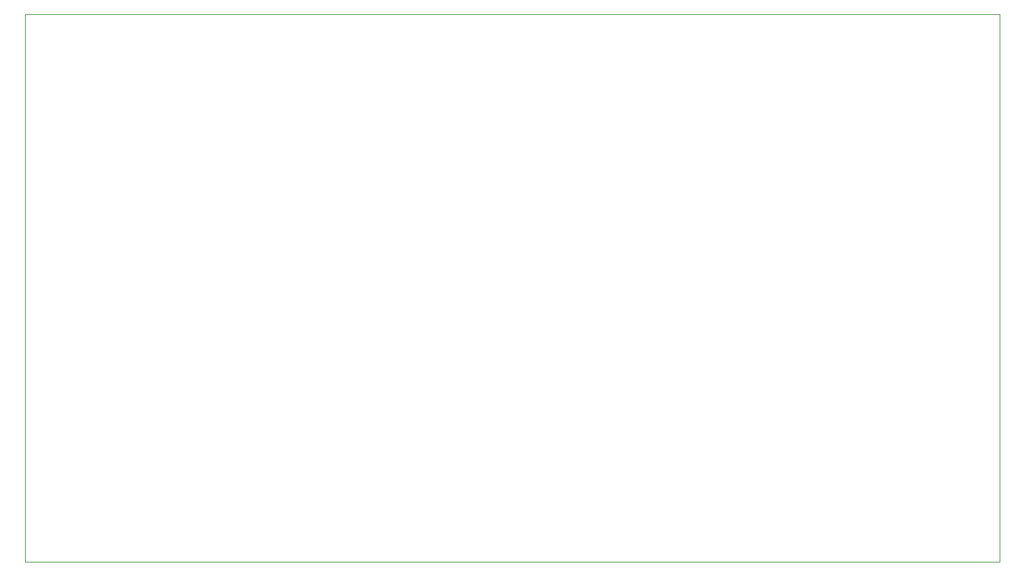
<source format=gbr>
%TF.GenerationSoftware,KiCad,Pcbnew,(6.0.8)*%
%TF.CreationDate,2024-10-31T17:47:46+09:00*%
%TF.ProjectId,MIRS2405_PWM_GD,4d495253-3234-4303-955f-50574d5f4744,rev?*%
%TF.SameCoordinates,Original*%
%TF.FileFunction,Profile,NP*%
%FSLAX46Y46*%
G04 Gerber Fmt 4.6, Leading zero omitted, Abs format (unit mm)*
G04 Created by KiCad (PCBNEW (6.0.8)) date 2024-10-31 17:47:46*
%MOMM*%
%LPD*%
G01*
G04 APERTURE LIST*
%TA.AperFunction,Profile*%
%ADD10C,0.100000*%
%TD*%
G04 APERTURE END LIST*
D10*
X223520000Y-114300000D02*
X223520000Y-45720000D01*
X101600000Y-114300000D02*
X223520000Y-114300000D01*
X223520000Y-45720000D02*
X101600000Y-45720000D01*
X101600000Y-45720000D02*
X101600000Y-114300000D01*
M02*

</source>
